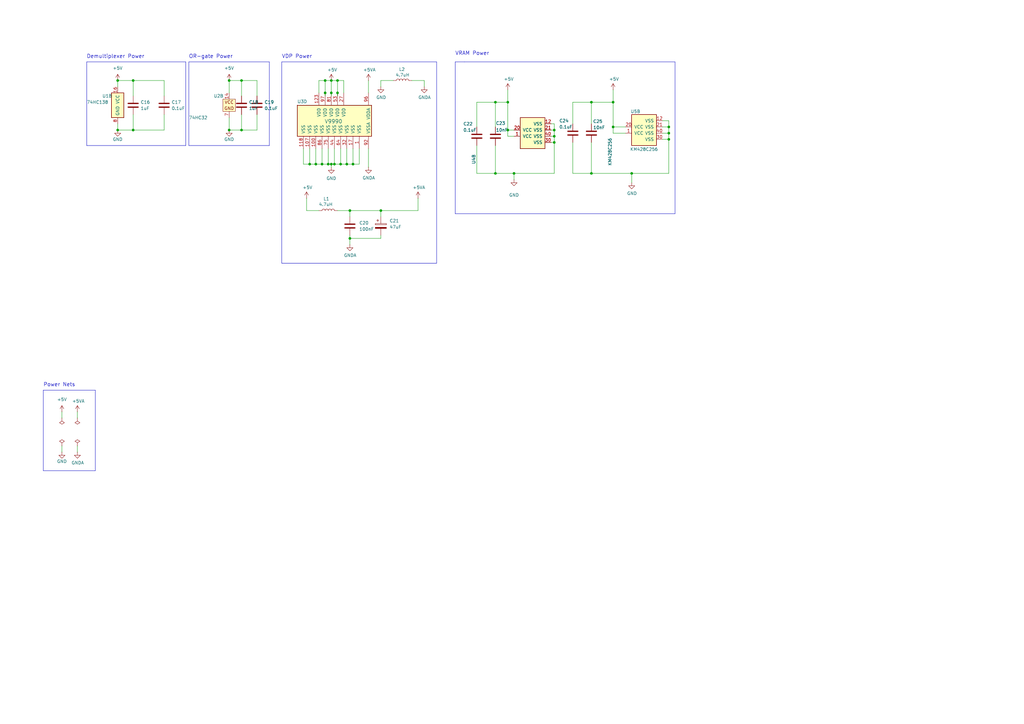
<source format=kicad_sch>
(kicad_sch (version 20231120) (generator "eeschema") (generator_version "8.0")
  (paper "A3")
  (title_block (title "TRH9000") (date "2024-03-19") (rev "1.7") (company "The Retro Hacker") (comment 2 "Shared under CERN-OHL-S license") (comment 3 "TRH9000 - Open Source MSX Graphics Card based on the Yamaha V9990") (comment 4 "Designed  by: Cristiano Goncalves"))
  (lib_symbols
    (symbol "Device:C" (pin_numbers hide) (pin_names (offset 0.254))
      (property "Reference" "C" (at 0.635 2.54 0))
      (property "Value" "C" (at 0.635 -2.54 0))
      (symbol "C_0_1"
        (polyline (pts (xy -2.032 -0.762) (xy 2.032 -0.762)) (stroke (width 0.508)))
        (polyline (pts (xy -2.032 0.762) (xy 2.032 0.762)) (stroke (width 0.508)))
      )
      (symbol "C_1_1"
        (pin passive line (at 0 3.81 270) (length 2.794) (name "~") (number "1"))
        (pin passive line (at 0 -3.81 90) (length 2.794) (name "~") (number "2"))
      )
    )
    (symbol "Device:C_Polarized" (pin_numbers hide) (pin_names (offset 0.254))
      (property "Reference" "C" (at 0.635 2.54 0))
      (property "Value" "C_Polarized" (at 0.635 -2.54 0))
      (symbol "C_Polarized_0_1"
        (rectangle (start -2.286 0.508) (end 2.286 1.016))
        (polyline (pts (xy -1.778 2.286) (xy -0.762 2.286)))
        (polyline (pts (xy -1.27 2.794) (xy -1.27 1.778)))
        (rectangle (start 2.286 -0.508) (end -2.286 -1.016) (fill (type outline)))
      )
      (symbol "C_Polarized_1_1"
        (pin passive line (at 0 3.81 270) (length 2.794) (name "~") (number "1"))
        (pin passive line (at 0 -3.81 90) (length 2.794) (name "~") (number "2"))
      )
    )
    (symbol "Device:L" (pin_numbers hide) (pin_names (offset 1.016) hide)
      (property "Reference" "L" (at -1.27 0 90))
      (property "Value" "L" (at 1.905 0 90))
      (symbol "L_0_1"
        (arc (start 0 -2.54) (mid 0.6323 -1.905) (end 0 -1.27))
        (arc (start 0 -1.27) (mid 0.6323 -0.635) (end 0 0))
        (arc (start 0 0) (mid 0.6323 0.635) (end 0 1.27))
        (arc (start 0 1.27) (mid 0.6323 1.905) (end 0 2.54))
      )
      (symbol "L_1_1"
        (pin passive line (at 0 3.81 270) (length 1.27) (name "1") (number "1"))
        (pin passive line (at 0 -3.81 90) (length 1.27) (name "2") (number "2"))
      )
    )
    (symbol "KM428C256_1" (pin_names (offset 1.016))
      (property "Reference" "U4" (at -11.43 24.13 0))
      (property "Value" "KM428C256" (at -6.35 -31.75 0))
      (symbol "KM428C256_1_1_1"
        (rectangle (start -12.7 22.86) (end 12.7 -30.48) (stroke (width 0.254)) (fill (type background)))
        (pin bidirectional line (at 15.24 15.24 180) (length 2.54) (name "W2/DQ2") (number "10"))
        (pin bidirectional line (at 15.24 12.7 180) (length 2.54) (name "W3/DQ3") (number "11"))
        (pin input line (at -15.24 -12.7 0) (length 2.54) (name "~{WB}/~{WE}") (number "13"))
        (pin input line (at -15.24 -5.08 0) (length 2.54) (name "~{RAS}") (number "14"))
        (pin input line (at -15.24 0 0) (length 2.54) (name "A8") (number "15"))
        (pin input line (at -15.24 2.54 0) (length 2.54) (name "A7") (number "16"))
        (pin input line (at -15.24 5.08 0) (length 2.54) (name "A6") (number "17"))
        (pin input line (at -15.24 7.62 0) (length 2.54) (name "A5") (number "18"))
        (pin input line (at -15.24 10.16 0) (length 2.54) (name "A4") (number "19"))
        (pin input line (at 15.24 -25.4 180) (length 2.54) (name "SC") (number "2"))
        (pin input line (at -15.24 12.7 0) (length 2.54) (name "A3") (number "22"))
        (pin input line (at -15.24 15.24 0) (length 2.54) (name "A2") (number "23"))
        (pin input line (at -15.24 17.78 0) (length 2.54) (name "A1") (number "24"))
        (pin input line (at -15.24 20.32 0) (length 2.54) (name "A0") (number "25"))
        (pin input line (at -15.24 -22.86 0) (length 2.54) (name "QSF") (number "26"))
        (pin input line (at -15.24 -7.62 0) (length 2.54) (name "~{CAS}") (number "27"))
        (pin no_connect line (at 10.16 0 180) (length 2.54) hide (name "N/C") (number "28"))
        (pin input line (at -15.24 -25.4 0) (length 2.54) (name "DSF") (number "29"))
        (pin bidirectional line (at 15.24 -2.54 180) (length 2.54) (name "SDQ0") (number "3"))
        (pin bidirectional line (at 15.24 10.16 180) (length 2.54) (name "W4/DQ4") (number "31"))
        (pin bidirectional line (at 15.24 7.62 180) (length 2.54) (name "W5/DQ5") (number "32"))
        (pin bidirectional line (at 15.24 5.08 180) (length 2.54) (name "W6/DQ6") (number "33"))
        (pin bidirectional line (at 15.24 2.54 180) (length 2.54) (name "W7/DQ7") (number "34"))
        (pin input line (at 15.24 -27.94 180) (length 2.54) (name "~{SE}") (number "35"))
        (pin bidirectional line (at 15.24 -12.7 180) (length 2.54) (name "SDQ4") (number "36"))
        (pin bidirectional line (at 15.24 -15.24 180) (length 2.54) (name "SDQ5") (number "37"))
        (pin bidirectional line (at 15.24 -17.78 180) (length 2.54) (name "SDQ6") (number "38"))
        (pin bidirectional line (at 15.24 -20.32 180) (length 2.54) (name "SDQ7") (number "39"))
        (pin bidirectional line (at 15.24 -5.08 180) (length 2.54) (name "SDQ1") (number "4"))
        (pin bidirectional line (at 15.24 -7.62 180) (length 2.54) (name "SDQ2") (number "5"))
        (pin bidirectional line (at 15.24 -10.16 180) (length 2.54) (name "SDQ3") (number "6"))
        (pin input line (at -15.24 -10.16 0) (length 2.54) (name "~{DT}/~{OE}") (number "7"))
        (pin bidirectional line (at 15.24 20.32 180) (length 2.54) (name "W0/DQ0") (number "8"))
        (pin bidirectional line (at 15.24 17.78 180) (length 2.54) (name "W1/DQ1") (number "9"))
      )
      (symbol "KM428C256_1_2_1"
        (rectangle (start -5.08 5.08) (end 7.62 -5.08) (stroke (width 0.254)) (fill (type background)))
        (pin power_in line (at 0 7.62 270) (length 2.54) (name "VCC") (number "1"))
        (pin power_in line (at 5.08 -7.62 90) (length 2.54) (name "VSS") (number "12"))
        (pin power_in line (at 2.54 7.62 270) (length 2.54) (name "VCC") (number "20"))
        (pin power_in line (at 2.54 -7.62 90) (length 2.54) (name "VSS") (number "21"))
        (pin power_in line (at -2.54 -7.62 90) (length 2.54) (name "VSS") (number "30"))
        (pin power_in line (at 0 -7.62 90) (length 2.54) (name "VSS") (number "40"))
      )
    )
    (symbol "TRH9000:74VHC138" (pin_names (offset 0.762))
      (property "Reference" "U1" (at -6.35 13.97 0))
      (property "Value" "74VHC138" (at -6.35 -13.97 0))
      (symbol "74VHC138_1_0"
        (polyline (pts (xy -1.27 12.7) (xy -1.27 1.27) (xy -6.35 1.27) (xy -6.35 1.27)))
        (text "&" (at -3.81 10.795 0) (effects (font (size 1.27 1.27))))
      )
      (symbol "74VHC138_1_1"
        (rectangle (start -6.35 12.7) (end 7.62 -12.7) (stroke (width 0.254)) (fill (type background)))
        (pin input line (at -8.89 -3.81 0) (length 2.54) (name "A0") (number "1"))
        (pin output line (at 10.16 -5.08 180) (length 2.54) (name "~{Y5}") (number "10"))
        (pin output line (at 10.16 -2.54 180) (length 2.54) (name "~{Y4}") (number "11"))
        (pin output line (at 10.16 0 180) (length 2.54) (name "~{Y3}") (number "12"))
        (pin output line (at 10.16 2.54 180) (length 2.54) (name "~{Y2}") (number "13"))
        (pin output line (at 10.16 5.08 180) (length 2.54) (name "~{Y1}") (number "14"))
        (pin output line (at 10.16 7.62 180) (length 2.54) (name "~{Y0}") (number "15"))
        (pin input line (at -8.89 -6.35 0) (length 2.54) (name "A1") (number "2"))
        (pin input line (at -8.89 -8.89 0) (length 2.54) (name "A2") (number "3"))
        (pin input line (at -8.89 7.62 0) (length 2.54) (name "~{G2A}") (number "4"))
        (pin input line (at -8.89 5.08 0) (length 2.54) (name "~{G2B}") (number "5"))
        (pin input line (at -8.89 2.54 0) (length 2.54) (name "G1") (number "6"))
        (pin output line (at 10.16 -10.16 180) (length 2.54) (name "~{Y7}") (number "7"))
        (pin output line (at 10.16 -7.62 180) (length 2.54) (name "~{Y6}") (number "9"))
      )
      (symbol "74VHC138_2_0"
        (rectangle (start -2.54 5.08) (end 2.54 -5.08) (stroke (width 0.254)) (fill (type background)))
        (pin power_in line (at 0 7.62 270) (length 2.54) (name "VCC") (number "16"))
      )
      (symbol "74VHC138_2_1"
        (pin power_in line (at 0 -7.62 90) (length 2.54) (name "GND") (number "8"))
      )
    )
    (symbol "TRH9000:KM428C256" (pin_names (offset 1.016))
      (property "Reference" "U4" (at -11.43 24.13 0))
      (property "Value" "KM428C256" (at -6.35 -31.75 0))
      (symbol "KM428C256_1_1"
        (rectangle (start -12.7 22.86) (end 12.7 -30.48) (stroke (width 0.254)) (fill (type background)))
        (pin bidirectional line (at 15.24 15.24 180) (length 2.54) (name "W2/DQ2") (number "10"))
        (pin bidirectional line (at 15.24 12.7 180) (length 2.54) (name "W3/DQ3") (number "11"))
        (pin input line (at -15.24 -12.7 0) (length 2.54) (name "~{WB}/~{WE}") (number "13"))
        (pin input line (at -15.24 -5.08 0) (length 2.54) (name "~{RAS}") (number "14"))
        (pin input line (at -15.24 0 0) (length 2.54) (name "A8") (number "15"))
        (pin input line (at -15.24 2.54 0) (length 2.54) (name "A7") (number "16"))
        (pin input line (at -15.24 5.08 0) (length 2.54) (name "A6") (number "17"))
        (pin input line (at -15.24 7.62 0) (length 2.54) (name "A5") (number "18"))
        (pin input line (at -15.24 10.16 0) (length 2.54) (name "A4") (number "19"))
        (pin input line (at 15.24 -25.4 180) (length 2.54) (name "SC") (number "2"))
        (pin input line (at -15.24 12.7 0) (length 2.54) (name "A3") (number "22"))
        (pin input line (at -15.24 15.24 0) (length 2.54) (name "A2") (number "23"))
        (pin input line (at -15.24 17.78 0) (length 2.54) (name "A1") (number "24"))
        (pin input line (at -15.24 20.32 0) (length 2.54) (name "A0") (number "25"))
        (pin input line (at -15.24 -22.86 0) (length 2.54) (name "QSF") (number "26"))
        (pin input line (at -15.24 -7.62 0) (length 2.54) (name "~{CAS}") (number "27"))
        (pin no_connect line (at 10.16 0 180) (length 2.54) hide (name "N/C") (number "28"))
        (pin input line (at -15.24 -25.4 0) (length 2.54) (name "DSF") (number "29"))
        (pin bidirectional line (at 15.24 -2.54 180) (length 2.54) (name "SDQ0") (number "3"))
        (pin bidirectional line (at 15.24 10.16 180) (length 2.54) (name "W4/DQ4") (number "31"))
        (pin bidirectional line (at 15.24 7.62 180) (length 2.54) (name "W5/DQ5") (number "32"))
        (pin bidirectional line (at 15.24 5.08 180) (length 2.54) (name "W6/DQ6") (number "33"))
        (pin bidirectional line (at 15.24 2.54 180) (length 2.54) (name "W7/DQ7") (number "34"))
        (pin input line (at 15.24 -27.94 180) (length 2.54) (name "~{SE}") (number "35"))
        (pin bidirectional line (at 15.24 -12.7 180) (length 2.54) (name "SDQ4") (number "36"))
        (pin bidirectional line (at 15.24 -15.24 180) (length 2.54) (name "SDQ5") (number "37"))
        (pin bidirectional line (at 15.24 -17.78 180) (length 2.54) (name "SDQ6") (number "38"))
        (pin bidirectional line (at 15.24 -20.32 180) (length 2.54) (name "SDQ7") (number "39"))
        (pin bidirectional line (at 15.24 -5.08 180) (length 2.54) (name "SDQ1") (number "4"))
        (pin bidirectional line (at 15.24 -7.62 180) (length 2.54) (name "SDQ2") (number "5"))
        (pin bidirectional line (at 15.24 -10.16 180) (length 2.54) (name "SDQ3") (number "6"))
        (pin input line (at -15.24 -10.16 0) (length 2.54) (name "~{DT}/~{OE}") (number "7"))
        (pin bidirectional line (at 15.24 20.32 180) (length 2.54) (name "W0/DQ0") (number "8"))
        (pin bidirectional line (at 15.24 17.78 180) (length 2.54) (name "W1/DQ1") (number "9"))
      )
      (symbol "KM428C256_2_1"
        (rectangle (start -5.08 5.08) (end 7.62 -5.08) (stroke (width 0.254)) (fill (type background)))
        (pin power_in line (at 0 7.62 270) (length 2.54) (name "VCC") (number "1"))
        (pin power_in line (at 5.08 -7.62 90) (length 2.54) (name "VSS") (number "12"))
        (pin power_in line (at 2.54 7.62 270) (length 2.54) (name "VCC") (number "20"))
        (pin power_in line (at 2.54 -7.62 90) (length 2.54) (name "VSS") (number "21"))
        (pin power_in line (at -2.54 -7.62 90) (length 2.54) (name "VSS") (number "30"))
        (pin power_in line (at 0 -7.62 90) (length 2.54) (name "VSS") (number "40"))
      )
    )
    (symbol "TRH9000:T.I_SN74AHCT32D" (pin_names (offset 1))
      (property "Reference" "U5" (at -22.86 17.78 0))
      (property "Value" "T.I_SN74AHCT32D" (at -22.86 15.24 0))
      (symbol "T.I_SN74AHCT32D_1_1"
        (rectangle (start -7.62 12.7) (end 7.62 -10.16) (stroke (width 0.254)) (fill (type background)))
        (arc (start -0.635 -6.985) (mid -0.372 -6.35) (end -0.635 -5.715))
        (arc (start -0.635 -1.905) (mid -0.372 -1.27) (end -0.635 -0.635))
        (arc (start -0.635 3.175) (mid -0.372 3.81) (end -0.635 4.445))
        (arc (start -0.635 8.255) (mid -0.372 8.89) (end -0.635 9.525))
        (polyline (pts (xy -0.635 -6.604) (xy -0.508 -6.604)))
        (polyline (pts (xy -0.635 -6.096) (xy -0.508 -6.096)))
        (polyline (pts (xy -0.635 -1.524) (xy -0.508 -1.524)))
        (polyline (pts (xy -0.635 -1.016) (xy -0.508 -1.016)))
        (polyline (pts (xy -0.635 3.556) (xy -0.508 3.556)))
        (polyline (pts (xy -0.635 4.064) (xy -0.508 4.064)))
        (polyline (pts (xy -0.635 8.636) (xy -0.508 8.636)))
        (polyline (pts (xy -0.635 9.144) (xy -0.508 9.144)))
        (polyline (pts (xy 0.635 -6.985) (xy -0.635 -6.985)))
        (polyline (pts (xy 0.635 -5.715) (xy -0.635 -5.715)))
        (polyline (pts (xy 0.635 -1.905) (xy -0.635 -1.905)))
        (polyline (pts (xy 0.635 -0.635) (xy -0.635 -0.635)))
        (polyline (pts (xy 0.635 3.175) (xy -0.635 3.175)))
        (polyline (pts (xy 0.635 4.445) (xy -0.635 4.445)))
        (polyline (pts (xy 0.635 8.255) (xy -0.635 8.255)))
        (polyline (pts (xy 0.635 9.525) (xy -0.635 9.525)))
        (polyline (pts (xy 0.635 -5.715) (xy 1.27 -6.35) (xy 0.635 -6.985)))
        (polyline (pts (xy 0.635 -0.635) (xy 1.27 -1.27) (xy 0.635 -1.905)))
        (polyline (pts (xy 0.635 4.445) (xy 1.27 3.81) (xy 0.635 3.175)))
        (polyline (pts (xy 0.635 9.525) (xy 1.27 8.89) (xy 0.635 8.255)))
        (polyline (pts (xy -0.635 -6.096) (xy -2.286 -6.096) (xy -2.286 -4.064) (xy -3.81 -4.064)))
        (polyline (pts (xy -0.635 -1.016) (xy -2.286 -1.016) (xy -2.286 1.016) (xy -3.81 1.016)))
        (polyline (pts (xy -0.635 4.064) (xy -2.286 4.064) (xy -2.286 6.096) (xy -3.81 6.096)))
        (polyline (pts (xy -0.635 9.144) (xy -2.286 9.144) (xy -2.286 11.176) (xy -3.81 11.176)))
        (polyline (pts (xy -3.81 -4.064) (xy -3.81 -4.064) (xy -7.112 -4.064) (xy -7.112 -5.08) (xy -7.62 -5.08)))
        (polyline (pts (xy -3.81 1.016) (xy -3.81 1.016) (xy -7.112 1.016) (xy -7.112 0) (xy -7.62 0)))
        (polyline (pts (xy -3.81 6.096) (xy -3.81 6.096) (xy -7.112 6.096) (xy -7.112 5.08) (xy -7.62 5.08)))
        (polyline (pts (xy -3.81 11.176) (xy -3.81 11.176) (xy -7.112 11.176) (xy -7.112 10.16) (xy -7.62 10.16)))
        (polyline (pts (xy -0.635 -6.604) (xy -3.81 -6.604) (xy -7.112 -6.604) (xy -7.112 -7.62) (xy -7.62 -7.62)))
        (polyline (pts (xy -0.635 -1.524) (xy -3.81 -1.524) (xy -7.112 -1.524) (xy -7.112 -2.54) (xy -7.62 -2.54)))
        (polyline (pts (xy -0.635 3.556) (xy -3.81 3.556) (xy -7.112 3.556) (xy -7.112 2.54) (xy -7.62 2.54)))
        (polyline (pts (xy -0.635 8.636) (xy -3.81 8.636) (xy -7.112 8.636) (xy -7.112 7.62) (xy -7.62 7.62)))
        (polyline (pts (xy 1.27 -6.35) (xy 3.81 -6.35) (xy 7.112 -6.35) (xy 7.112 -7.62) (xy 7.62 -7.62)))
        (polyline (pts (xy 1.27 -1.27) (xy 3.81 -1.27) (xy 7.112 -1.27) (xy 7.112 -2.54) (xy 7.62 -2.54)))
        (polyline (pts (xy 1.27 3.81) (xy 3.81 3.81) (xy 7.112 3.81) (xy 7.112 2.54) (xy 7.62 2.54)))
        (polyline (pts (xy 1.27 8.89) (xy 3.81 8.89) (xy 7.112 8.89) (xy 7.112 7.62) (xy 7.62 7.62)))
        (pin input line (at -10.16 10.16 0) (length 2.54) (name "1A") (number "1"))
        (pin input line (at -10.16 -2.54 0) (length 2.54) (name "3B") (number "10"))
        (pin output line (at 10.16 -7.62 180) (length 2.54) (name "4Y") (number "11"))
        (pin input line (at -10.16 -5.08 0) (length 2.54) (name "4A") (number "12"))
        (pin input line (at -10.16 -7.62 0) (length 2.54) (name "4B") (number "13"))
        (pin input line (at -10.16 7.62 0) (length 2.54) (name "1B") (number "2"))
        (pin output line (at 10.16 7.62 180) (length 2.54) (name "1Y") (number "3"))
        (pin input line (at -10.16 5.08 0) (length 2.54) (name "2A") (number "4"))
        (pin input line (at -10.16 2.54 0) (length 2.54) (name "2B") (number "5"))
        (pin output line (at 10.16 2.54 180) (length 2.54) (name "2Y") (number "6"))
        (pin output line (at 10.16 -2.54 180) (length 2.54) (name "3Y") (number "8"))
        (pin input line (at -10.16 0 0) (length 2.54) (name "3A") (number "9"))
      )
      (symbol "T.I_SN74AHCT32D_2_0"
        (text "GND" (at 0 -1.27 0) (effects (font (size 1.27 1.27))))
        (text "VCC" (at 0 1.27 0) (effects (font (size 1.27 1.27))))
      )
      (symbol "T.I_SN74AHCT32D_2_1"
        (rectangle (start -2.54 2.54) (end 2.54 -2.54) (fill (type background)))
        (pin power_in line (at 0 5.08 270) (length 2.54) (name "VCC") (number "14"))
        (pin power_in line (at 0 -5.08 90) (length 2.54) (name "GND") (number "7"))
      )
    )
    (symbol "TRH9000:V9990" (pin_names (offset 1.016))
      (property "Reference" "U" (at -12.7 60.96 0))
      (property "Value" "V9990" (at -2.54 -76.2 0))
      (symbol "V9990_1_0"
        (rectangle (start -10.16 27.94) (end 10.16 30.48))
        (text "CPU Interface" (at 0 29.21 0) (effects (font (size 1.27 1.27))))
        (pin input line (at -15.24 20.32 0) (length 5.08) (name "~{VMREQ}") (number "124"))
        (pin open_emitter line (at 15.24 20.32 180) (length 5.08) (name "~{DREQ}") (number "125"))
        (pin open_collector line (at 15.24 15.24 180) (length 5.08) (name "~{INT0}") (number "126"))
        (pin input line (at -15.24 10.16 0) (length 5.08) (name "MODE2") (number "6"))
        (pin input line (at -15.24 7.62 0) (length 5.08) (name "MODE3") (number "7"))
      )
      (symbol "V9990_1_1"
        (rectangle (start -10.16 27.94) (end 10.16 -25.4) (stroke (width 0.254)) (fill (type background)))
        (pin input line (at -15.24 25.4 0) (length 5.08) (name "~{RESET}") (number "110"))
        (pin tri_state line (at -15.24 2.54 0) (length 5.08) (name "CD0") (number "114"))
        (pin tri_state line (at -15.24 0 0) (length 5.08) (name "CD1") (number "115"))
        (pin tri_state line (at -15.24 -2.54 0) (length 5.08) (name "CD2") (number "116"))
        (pin tri_state line (at -15.24 -5.08 0) (length 5.08) (name "CD3") (number "117"))
        (pin tri_state line (at -15.24 -7.62 0) (length 5.08) (name "CD4") (number "119"))
        (pin tri_state line (at -15.24 -10.16 0) (length 5.08) (name "CD5") (number "120"))
        (pin tri_state line (at -15.24 -12.7 0) (length 5.08) (name "CD6") (number "121"))
        (pin tri_state line (at -15.24 -15.24 0) (length 5.08) (name "CD7") (number "122"))
        (pin open_collector line (at 15.24 12.7 180) (length 5.08) (name "~{INT1}") (number "127"))
        (pin output line (at 15.24 25.4 180) (length 5.08) (name "~{WAIT}") (number "128"))
        (pin input line (at -15.24 -22.86 0) (length 5.08) (name "~{CSW}") (number "2"))
        (pin input line (at -15.24 -20.32 0) (length 5.08) (name "~{CSR}") (number "3"))
        (pin input line (at -15.24 15.24 0) (length 5.08) (name "MODE0") (number "4"))
        (pin input line (at -15.24 12.7 0) (length 5.08) (name "MODE1") (number "5"))
      )
      (symbol "V9990_2_0"
        (rectangle (start -12.7 -40.64) (end 12.7 -66.04) (stroke (width 0.254)) (fill (type background)))
        (rectangle (start -12.7 7.62) (end 12.7 -40.64) (stroke (width 0.254)) (fill (type background)))
        (rectangle (start -12.7 55.88) (end 12.7 7.62) (stroke (width 0.254)) (fill (type background)))
        (rectangle (start -12.7 55.88) (end 12.7 58.42))
        (text "Address Bus &" (at -11.43 -43.18 0) (effects (font (size 1.27 1.27)) (justify left)))
        (text "Kanji Output" (at -11.43 -45.72 0) (effects (font (size 1.27 1.27)) (justify left)))
        (text "PORT 0" (at 0 35.56 900) (effects (font (size 1.27 1.27))))
        (text "PORT 1" (at 0 -12.7 900) (effects (font (size 1.27 1.27))))
        (text "VRAM interface" (at 0 57.15 0) (effects (font (size 1.27 1.27))))
        (pin tri_state line (at 17.78 -58.42 180) (length 5.08) (name "KA15") (number "10"))
        (pin tri_state line (at 17.78 -55.88 180) (length 5.08) (name "KA14") (number "11"))
        (pin tri_state line (at 17.78 -53.34 180) (length 5.08) (name "KA13") (number "12"))
        (pin tri_state line (at 17.78 -50.8 180) (length 5.08) (name "KA12") (number "13"))
        (pin tri_state line (at 17.78 -48.26 180) (length 5.08) (name "KA11") (number "14"))
        (pin tri_state line (at 17.78 -45.72 180) (length 5.08) (name "KA10") (number "15"))
        (pin tri_state line (at 17.78 -43.18 180) (length 5.08) (name "KA9") (number "16"))
        (pin tri_state line (at 17.78 10.16 180) (length 5.08) (name "V0_A8/KA8") (number "18"))
        (pin tri_state line (at 17.78 12.7 180) (length 5.08) (name "V0_A7/KA7") (number "19"))
        (pin tri_state line (at 17.78 15.24 180) (length 5.08) (name "V0_A6/KA6") (number "20"))
        (pin tri_state line (at 17.78 17.78 180) (length 5.08) (name "V0_A5/KA5") (number "21"))
        (pin tri_state line (at 17.78 20.32 180) (length 5.08) (name "V0_A4/KA4") (number "22"))
        (pin tri_state line (at 17.78 22.86 180) (length 5.08) (name "V0_A3/KA3") (number "23"))
        (pin tri_state line (at 17.78 25.4 180) (length 5.08) (name "V0_A2/KA2") (number "24"))
        (pin tri_state line (at 17.78 27.94 180) (length 5.08) (name "V0_A1/KA1") (number "25"))
        (pin tri_state line (at 17.78 30.48 180) (length 5.08) (name "V0_A0/KA0") (number "26"))
        (pin output line (at 17.78 35.56 180) (length 5.08) (name "~{KOE}") (number "37"))
        (pin tri_state line (at 17.78 43.18 180) (length 5.08) (name "~{V0_WE}") (number "40"))
        (pin output line (at 17.78 53.34 180) (length 5.08) (name "~{V0_TR/OE}") (number "41"))
        (pin output clock (at 17.78 40.64 180) (length 5.08) (name "~{V0_SC}") (number "42"))
        (pin output line (at 17.78 50.8 180) (length 5.08) (name "~{V0_SOE}") (number "43"))
        (pin input line (at -17.78 35.56 0) (length 5.08) (name "V0_S7") (number "45"))
        (pin input line (at -17.78 38.1 0) (length 5.08) (name "V0_S6") (number "46"))
        (pin input line (at -17.78 40.64 0) (length 5.08) (name "V0_S5") (number "47"))
        (pin input line (at -17.78 43.18 0) (length 5.08) (name "V0_S4") (number "48"))
        (pin input line (at -17.78 45.72 0) (length 5.08) (name "V0_S3") (number "49"))
        (pin input line (at -17.78 48.26 0) (length 5.08) (name "V0_S2") (number "50"))
        (pin input line (at -17.78 50.8 0) (length 5.08) (name "V0_S1") (number "51"))
        (pin input line (at -17.78 53.34 0) (length 5.08) (name "V0_S0") (number "52"))
        (pin tri_state line (at 17.78 -5.08 180) (length 5.08) (name "~{V1_WE}") (number "65"))
        (pin output line (at 17.78 5.08 180) (length 5.08) (name "~{V1_TR/OE}") (number "66"))
        (pin output clock (at 17.78 -7.62 180) (length 5.08) (name "V1_SC") (number "67"))
        (pin output line (at 17.78 2.54 180) (length 5.08) (name "~{V1_SOE}") (number "68"))
        (pin output line (at 17.78 -10.16 180) (length 5.08) (name "ASEL") (number "70"))
        (pin tri_state line (at 17.78 -38.1 180) (length 5.08) (name "V1_A8") (number "71"))
        (pin tri_state line (at 17.78 -35.56 180) (length 5.08) (name "V1_A7") (number "72"))
        (pin tri_state line (at 17.78 -33.02 180) (length 5.08) (name "V1_A6") (number "73"))
        (pin tri_state line (at 17.78 -30.48 180) (length 5.08) (name "V1_A5") (number "74"))
        (pin tri_state line (at 17.78 -27.94 180) (length 5.08) (name "V1_A4") (number "76"))
        (pin tri_state line (at 17.78 -25.4 180) (length 5.08) (name "V1_A3") (number "77"))
        (pin tri_state line (at 17.78 -22.86 180) (length 5.08) (name "V1_A2") (number "78"))
        (pin tri_state line (at 17.78 -20.32 180) (length 5.08) (name "V1_A1") (number "79"))
        (pin tri_state line (at 17.78 -63.5 180) (length 5.08) (name "KA17") (number "8"))
        (pin tri_state line (at 17.78 -17.78 180) (length 5.08) (name "V1_A0") (number "80"))
        (pin tri_state line (at 17.78 -60.96 180) (length 5.08) (name "KA16") (number "9"))
      )
      (symbol "V9990_2_1"
        (pin bidirectional line (at -17.78 12.7 0) (length 5.08) (name "V0_D7/KD7") (number "28"))
        (pin bidirectional line (at -17.78 15.24 0) (length 5.08) (name "V0_D6/KD6") (number "29"))
        (pin bidirectional line (at -17.78 17.78 0) (length 5.08) (name "V0_D5/KD5") (number "30"))
        (pin bidirectional line (at -17.78 20.32 0) (length 5.08) (name "V0_D4/KD4") (number "31"))
        (pin bidirectional line (at -17.78 22.86 0) (length 5.08) (name "V0_D3/KD3") (number "33"))
        (pin bidirectional line (at -17.78 25.4 0) (length 5.08) (name "V0_D2/KD2") (number "34"))
        (pin bidirectional line (at -17.78 27.94 0) (length 5.08) (name "V0_D1/KD1") (number "35"))
        (pin bidirectional line (at -17.78 30.48 0) (length 5.08) (name "V0_D0/KD0") (number "36"))
        (pin output line (at 17.78 45.72 180) (length 5.08) (name "~{V0_RAS}") (number "38"))
        (pin output line (at 17.78 48.26 180) (length 5.08) (name "~{V0_CAS}") (number "39"))
        (pin input line (at -17.78 -12.7 0) (length 5.08) (name "V1_S7") (number "54"))
        (pin input line (at -17.78 -10.16 0) (length 5.08) (name "V1_S6") (number "55"))
        (pin input line (at -17.78 -7.62 0) (length 5.08) (name "V1_S5") (number "56"))
        (pin input line (at -17.78 -5.08 0) (length 5.08) (name "V1_S4") (number "57"))
        (pin input line (at -17.78 -2.54 0) (length 5.08) (name "V1_S3") (number "58"))
        (pin input line (at -17.78 0 0) (length 5.08) (name "V1_S2") (number "59"))
        (pin input line (at -17.78 2.54 0) (length 5.08) (name "V1_S1") (number "60"))
        (pin input line (at -17.78 5.08 0) (length 5.08) (name "V1_S0") (number "61"))
        (pin output line (at 17.78 -2.54 180) (length 5.08) (name "~{V1_RAS}") (number "62"))
        (pin output line (at 17.78 0 180) (length 5.08) (name "~{V1_CAS}") (number "63"))
        (pin output line (at 17.78 38.1 180) (length 5.08) (name "~{VMBG}") (number "69"))
        (pin bidirectional line (at -17.78 -17.78 0) (length 5.08) (name "V1_D0") (number "82"))
        (pin bidirectional line (at -17.78 -20.32 0) (length 5.08) (name "V1_D1") (number "83"))
        (pin bidirectional line (at -17.78 -22.86 0) (length 5.08) (name "V1_D2") (number "84"))
        (pin bidirectional line (at -17.78 -25.4 0) (length 5.08) (name "V1_D3") (number "85"))
        (pin bidirectional line (at -17.78 -27.94 0) (length 5.08) (name "V1_D4") (number "87"))
        (pin bidirectional line (at -17.78 -30.48 0) (length 5.08) (name "V1_D5") (number "88"))
        (pin bidirectional line (at -17.78 -33.02 0) (length 5.08) (name "V1_D6") (number "89"))
        (pin bidirectional line (at -17.78 -35.56 0) (length 5.08) (name "V1_D7") (number "90"))
      )
      (symbol "V9990_3_0"
        (rectangle (start -10.16 12.7) (end 10.16 -27.94) (stroke (width 0.254)) (fill (type background)))
        (rectangle (start -10.16 15.24) (end 10.16 12.7))
        (rectangle (start -10.16 27.94) (end 10.16 30.48))
        (text "(14MHz)" (at -6.35 23.495 0) (effects (font (size 1 1))))
        (text "(21MHz)" (at 0 17.78 0) (effects (font (size 1 1))))
        (text "(3.58MHz)" (at -3.81 -7.62 0) (effects (font (size 1 1))))
        (text "(MCK÷2)" (at 0.635 25.4 0) (effects (font (size 0.75 0.75))))
        (text "(MCK÷4)" (at 0.635 22.987 0) (effects (font (size 0.75 0.75))))
        (text "/CB4" (at -6.985 8.636 0) (effects (font (size 0.85 0.85))))
        (text "/CB5" (at 3.81 8.636 0) (effects (font (size 0.85 0.85))))
        (text "CLOCK signals" (at 0 29.21 0) (effects (font (size 1.27 1.27))))
        (text "VIDEO interface" (at 0 13.97 0) (effects (font (size 1.27 1.27))))
        (text "~{HRESET}" (at -5.588 10.033 0) (effects (font (size 1.27 1.27))))
        (text "~{VRESET}" (at 5.588 10.033 0) (effects (font (size 1.27 1.27))))
        (pin input clock (at -15.24 25.4 0) (length 5.08) (name "MCKIN") (number "113"))
      )
      (symbol "V9990_3_1"
        (rectangle (start -10.16 27.94) (end 10.16 15.24) (stroke (width 0.254)) (fill (type background)))
        (pin output line (at 15.24 -15.24 180) (length 5.08) (name "~{HSYNC/LC}") (number "101"))
        (pin output line (at 15.24 -17.78 180) (length 5.08) (name "~{CSYNC/FLM}") (number "102"))
        (pin output line (at 15.24 -22.86 180) (length 5.08) (name "~{BLANK/M}") (number "103"))
        (pin output clock (at 15.24 -25.4 180) (length 5.08) (name "SHCK") (number "104"))
        (pin bidirectional line (at -15.24 10.16 0) (length 5.08) (name "~{HRESET}/CB4") (number "105"))
        (pin bidirectional line (at 15.24 10.16 180) (length 5.08) (name "~{VRESET}/CB5") (number "106"))
        (pin output clock (at 15.24 -7.62 180) (length 5.08) (name "CB6/FSC") (number "108"))
        (pin output line (at 15.24 -10.16 180) (length 5.08) (name "CB7") (number "109"))
        (pin output clock (at 15.24 25.4 180) (length 5.08) (name "DHCLK") (number "111"))
        (pin output clock (at 15.24 22.86 180) (length 5.08) (name "DLCLK") (number "112"))
        (pin output line (at 15.24 -2.54 180) (length 5.08) (name "~{YS}/D0/CB0") (number "91"))
        (pin output line (at 15.24 5.08 180) (length 5.08) (name "R/D3/CB3") (number "93"))
        (pin output line (at 15.24 2.54 180) (length 5.08) (name "G/D2/CB2") (number "94"))
        (pin output line (at 15.24 0 180) (length 5.08) (name "B/D1/CB1") (number "95"))
        (pin input clock (at -15.24 17.78 0) (length 5.08) (name "XTAL1") (number "98"))
        (pin output clock (at 15.24 17.78 180) (length 5.08) (name "XTAL2") (number "99"))
      )
      (symbol "V9990_4_0"
        (pin power_in line (at -12.7 -12.7 90) (length 5.08) (name "VSS") (number "100"))
        (pin power_in line (at -15.24 -12.7 90) (length 5.08) (name "VSS") (number "107"))
        (pin power_in line (at -17.78 -12.7 90) (length 5.08) (name "VSS") (number "118"))
        (pin power_in line (at -11.43 10.16 270) (length 5.08) (name "VDD") (number "123"))
        (pin power_in line (at 2.54 -12.7 90) (length 5.08) (name "VSS") (number "17"))
        (pin power_in line (at 0 -12.7 90) (length 5.08) (name "VSS") (number "32"))
        (pin power_in line (at -5.08 -12.7 90) (length 5.08) (name "VSS") (number "44"))
        (pin power_in line (at -3.81 10.16 270) (length 5.08) (name "VDD") (number "53"))
        (pin power_in line (at -2.54 -12.7 90) (length 5.08) (name "VSS") (number "64"))
        (pin power_in line (at -7.62 -12.7 90) (length 5.08) (name "VSS") (number "75"))
        (pin power_in line (at -6.35 10.16 270) (length 5.08) (name "VDD") (number "81"))
        (pin power_in line (at -10.16 -12.7 90) (length 5.08) (name "VSS") (number "86"))
        (pin power_in line (at 8.89 -12.7 90) (length 5.08) (name "VSSA") (number "92"))
        (pin power_in line (at -8.89 10.16 270) (length 5.08) (name "VDD") (number "97"))
      )
      (symbol "V9990_4_1"
        (rectangle (start -20.32 5.08) (end 10.16 -7.62) (stroke (width 0.254)) (fill (type background)))
        (pin power_in line (at 5.08 -12.7 90) (length 5.08) (name "VSS") (number "1"))
        (pin power_in line (at -1.27 10.16 270) (length 5.08) (name "VDD") (number "27"))
        (pin power_in line (at 8.89 10.16 270) (length 5.08) (name "VDDA") (number "96"))
      )
    )
    (symbol "power:+5V" (power) (pin_numbers hide) (pin_names (offset 0) hide)
      (property "Value" "+5V" (at 0 3.556 0))
      (symbol "+5V_0_1"
        (polyline (pts (xy -0.762 1.27) (xy 0 2.54)))
        (polyline (pts (xy 0 0) (xy 0 2.54)))
        (polyline (pts (xy 0 2.54) (xy 0.762 1.27)))
      )
      (symbol "+5V_1_1"
        (pin power_in line (at 0 0 90) (length 0) (name "~") (number "1"))
      )
    )
    (symbol "power:+5VA" (power) (pin_numbers hide) (pin_names (offset 0) hide)
      (property "Value" "+5VA" (at 0 3.556 0))
      (symbol "+5VA_0_1"
        (polyline (pts (xy -0.762 1.27) (xy 0 2.54)))
        (polyline (pts (xy 0 0) (xy 0 2.54)))
        (polyline (pts (xy 0 2.54) (xy 0.762 1.27)))
      )
      (symbol "+5VA_1_1"
        (pin power_in line (at 0 0 90) (length 0) (name "~") (number "1"))
      )
    )
    (symbol "power:GND" (power) (pin_numbers hide) (pin_names (offset 0) hide)
      (property "Value" "GND" (at 0 -3.81 0))
      (symbol "GND_0_1"
        (polyline (pts (xy 0 0) (xy 0 -1.27) (xy 1.27 -1.27) (xy 0 -2.54) (xy -1.27 -1.27) (xy 0 -1.27)))
      )
      (symbol "GND_1_1"
        (pin power_in line (at 0 0 270) (length 0) (name "~") (number "1"))
      )
    )
    (symbol "power:GNDA" (power) (pin_numbers hide) (pin_names (offset 0) hide)
      (property "Value" "GNDA" (at 0 -3.81 0))
      (symbol "GNDA_0_1"
        (polyline (pts (xy 0 0) (xy 0 -1.27) (xy 1.27 -1.27) (xy 0 -2.54) (xy -1.27 -1.27) (xy 0 -1.27)))
      )
      (symbol "GNDA_1_1"
        (pin power_in line (at 0 0 270) (length 0) (name "~") (number "1"))
      )
    )
    (symbol "power:PWR_FLAG" (power) (pin_numbers hide) (pin_names (offset 0) hide)
      (property "Value" "PWR_FLAG" (at 0 3.81 0))
      (symbol "PWR_FLAG_0_0"
        (pin power_out line (at 0 0 90) (length 0) (name "~") (number "1"))
      )
      (symbol "PWR_FLAG_0_1"
        (polyline (pts (xy 0 0) (xy 0 1.27) (xy -1.016 1.905) (xy 0 2.54) (xy 1.016 1.905) (xy 0 1.27)))
      )
    )
  )
  (junction (at 99.06 53.34))
  (junction (at 203.2 41.91))
  (junction (at 203.2 71.12))
  (junction (at 132.08 67.31))
  (junction (at 48.26 53.34))
  (junction (at 127 67.31))
  (junction (at 93.98 53.34))
  (junction (at 142.24 67.31))
  (junction (at 54.61 53.34))
  (junction (at 227.33 55.88))
  (junction (at 48.26 33.02))
  (junction (at 134.62 67.31))
  (junction (at 251.46 41.91))
  (junction (at 274.32 54.61))
  (junction (at 274.32 52.07))
  (junction (at 156.21 86.36))
  (junction (at 242.57 71.12))
  (junction (at 227.33 53.34))
  (junction (at 242.57 41.91))
  (junction (at 208.28 41.91))
  (junction (at 135.89 33.02))
  (junction (at 137.16 67.31))
  (junction (at 138.43 38.1))
  (junction (at 93.98 33.02))
  (junction (at 135.89 67.31))
  (junction (at 259.08 71.12))
  (junction (at 133.35 38.1))
  (junction (at 208.28 53.34))
  (junction (at 139.7 67.31))
  (junction (at 138.43 33.02))
  (junction (at 143.51 97.79))
  (junction (at 143.51 86.36))
  (junction (at 99.06 33.02))
  (junction (at 144.78 67.31))
  (junction (at 133.35 33.02))
  (junction (at 54.61 33.02))
  (junction (at 227.33 58.42))
  (junction (at 129.54 67.31))
  (junction (at 135.89 38.1))
  (junction (at 210.82 71.12))
  (junction (at 251.46 52.07))
  (junction (at 274.32 57.15))
  (wire (pts (xy 251.46 36.83) (xy 251.46 41.91)))
  (wire (pts (xy 135.89 38.1) (xy 135.89 33.02)))
  (wire (pts (xy 203.2 71.12) (xy 210.82 71.12)))
  (wire (pts (xy 54.61 33.02) (xy 48.26 33.02)))
  (wire (pts (xy 208.28 53.34) (xy 208.28 55.88)))
  (wire (pts (xy 151.13 33.02) (xy 151.13 38.1)))
  (wire (pts (xy 271.78 49.53) (xy 274.32 49.53)))
  (wire (pts (xy 144.78 60.96) (xy 144.78 67.31)))
  (wire (pts (xy 151.13 60.96) (xy 151.13 68.58)))
  (wire (pts (xy 274.32 71.12) (xy 274.32 57.15)))
  (wire (pts (xy 195.58 71.12) (xy 203.2 71.12)))
  (polyline (pts (xy 35.56 59.69) (xy 76.2 59.69)))
  (wire (pts (xy 208.28 53.34) (xy 210.82 53.34)))
  (wire (pts (xy 251.46 54.61) (xy 256.54 54.61)))
  (wire (pts (xy 274.32 52.07) (xy 274.32 54.61)))
  (polyline (pts (xy 186.69 87.63) (xy 186.69 25.4)))
  (wire (pts (xy 227.33 58.42) (xy 226.06 58.42)))
  (wire (pts (xy 140.97 33.02) (xy 140.97 38.1)))
  (wire (pts (xy 171.45 86.36) (xy 171.45 81.28)))
  (wire (pts (xy 242.57 41.91) (xy 251.46 41.91)))
  (wire (pts (xy 234.95 41.91) (xy 234.95 50.8)))
  (wire (pts (xy 242.57 50.8) (xy 242.57 41.91)))
  (polyline (pts (xy 77.47 59.69) (xy 110.49 59.69)))
  (wire (pts (xy 142.24 60.96) (xy 142.24 67.31)))
  (wire (pts (xy 132.08 67.31) (xy 134.62 67.31)))
  (wire (pts (xy 227.33 53.34) (xy 227.33 55.88)))
  (wire (pts (xy 105.41 53.34) (xy 99.06 53.34)))
  (polyline (pts (xy 39.116 160.02) (xy 39.116 193.04)))
  (wire (pts (xy 134.62 67.31) (xy 135.89 67.31)))
  (wire (pts (xy 143.51 96.52) (xy 143.51 97.79)))
  (wire (pts (xy 54.61 39.37) (xy 54.61 33.02)))
  (wire (pts (xy 25.4 168.91) (xy 25.4 171.45)))
  (wire (pts (xy 93.98 33.02) (xy 93.98 38.1)))
  (wire (pts (xy 195.58 71.12) (xy 195.58 59.69)))
  (polyline (pts (xy 179.07 25.4) (xy 179.07 107.95)))
  (wire (pts (xy 127 67.31) (xy 129.54 67.31)))
  (wire (pts (xy 203.2 41.91) (xy 203.2 52.07)))
  (wire (pts (xy 138.43 38.1) (xy 138.43 39.37)))
  (wire (pts (xy 203.2 41.91) (xy 208.28 41.91)))
  (wire (pts (xy 227.33 58.42) (xy 227.33 71.12)))
  (wire (pts (xy 138.43 33.02) (xy 138.43 38.1)))
  (wire (pts (xy 156.21 97.79) (xy 143.51 97.79)))
  (wire (pts (xy 271.78 54.61) (xy 274.32 54.61)))
  (wire (pts (xy 130.81 33.02) (xy 133.35 33.02)))
  (wire (pts (xy 227.33 53.34) (xy 226.06 53.34)))
  (wire (pts (xy 242.57 58.42) (xy 242.57 71.12)))
  (wire (pts (xy 67.31 46.99) (xy 67.31 53.34)))
  (wire (pts (xy 99.06 33.02) (xy 99.06 39.37)))
  (wire (pts (xy 31.75 185.42) (xy 31.75 182.88)))
  (wire (pts (xy 137.16 60.96) (xy 137.16 67.31)))
  (wire (pts (xy 138.43 86.36) (xy 143.51 86.36)))
  (wire (pts (xy 195.58 41.91) (xy 203.2 41.91)))
  (wire (pts (xy 67.31 39.37) (xy 67.31 33.02)))
  (polyline (pts (xy 76.2 59.69) (xy 76.2 25.4)))
  (wire (pts (xy 173.99 35.56) (xy 173.99 33.02)))
  (wire (pts (xy 147.32 60.96) (xy 147.32 67.31)))
  (wire (pts (xy 139.7 67.31) (xy 142.24 67.31)))
  (wire (pts (xy 133.35 33.02) (xy 135.89 33.02)))
  (polyline (pts (xy 77.47 25.4) (xy 110.49 25.4)))
  (wire (pts (xy 139.7 60.96) (xy 139.7 67.31)))
  (wire (pts (xy 25.4 182.88) (xy 25.4 185.42)))
  (wire (pts (xy 203.2 59.69) (xy 203.2 71.12)))
  (polyline (pts (xy 190.5 25.4) (xy 276.86 25.4)))
  (wire (pts (xy 125.73 81.28) (xy 125.73 86.36)))
  (polyline (pts (xy 179.07 107.95) (xy 115.57 107.95)))
  (wire (pts (xy 105.41 39.37) (xy 105.41 33.02)))
  (wire (pts (xy 234.95 71.12) (xy 234.95 58.42)))
  (wire (pts (xy 137.16 67.31) (xy 139.7 67.31)))
  (wire (pts (xy 144.78 67.31) (xy 147.32 67.31)))
  (wire (pts (xy 234.95 71.12) (xy 242.57 71.12)))
  (wire (pts (xy 156.21 86.36) (xy 171.45 86.36)))
  (wire (pts (xy 156.21 33.02) (xy 161.29 33.02)))
  (wire (pts (xy 227.33 55.88) (xy 227.33 58.42)))
  (wire (pts (xy 274.32 54.61) (xy 274.32 57.15)))
  (wire (pts (xy 156.21 33.02) (xy 156.21 35.56)))
  (wire (pts (xy 227.33 55.88) (xy 226.06 55.88)))
  (wire (pts (xy 208.28 36.83) (xy 208.28 41.91)))
  (polyline (pts (xy 115.57 25.4) (xy 179.07 25.4)))
  (polyline (pts (xy 17.78 160.02) (xy 39.116 160.02)))
  (wire (pts (xy 208.28 55.88) (xy 210.82 55.88)))
  (wire (pts (xy 195.58 41.91) (xy 195.58 52.07)))
  (wire (pts (xy 135.89 68.58) (xy 135.89 67.31)))
  (wire (pts (xy 227.33 50.8) (xy 227.33 53.34)))
  (wire (pts (xy 251.46 52.07) (xy 256.54 52.07)))
  (wire (pts (xy 251.46 54.61) (xy 251.46 52.07)))
  (wire (pts (xy 156.21 86.36) (xy 156.21 88.9)))
  (wire (pts (xy 54.61 53.34) (xy 48.26 53.34)))
  (wire (pts (xy 54.61 46.99) (xy 54.61 53.34)))
  (wire (pts (xy 142.24 67.31) (xy 144.78 67.31)))
  (wire (pts (xy 135.89 67.31) (xy 137.16 67.31)))
  (wire (pts (xy 127 60.96) (xy 127 67.31)))
  (wire (pts (xy 143.51 97.79) (xy 143.51 100.33)))
  (wire (pts (xy 271.78 57.15) (xy 274.32 57.15)))
  (wire (pts (xy 135.89 39.37) (xy 135.89 38.1)))
  (wire (pts (xy 93.98 53.34) (xy 99.06 53.34)))
  (wire (pts (xy 134.62 60.96) (xy 134.62 67.31)))
  (wire (pts (xy 168.91 33.02) (xy 173.99 33.02)))
  (wire (pts (xy 31.75 168.91) (xy 31.75 171.45)))
  (wire (pts (xy 48.26 33.02) (xy 48.26 35.56)))
  (wire (pts (xy 93.98 48.26) (xy 93.98 53.34)))
  (wire (pts (xy 156.21 96.52) (xy 156.21 97.79)))
  (wire (pts (xy 124.46 60.96) (xy 124.46 67.31)))
  (wire (pts (xy 210.82 71.12) (xy 210.82 73.66)))
  (polyline (pts (xy 110.49 59.69) (xy 110.49 25.4)))
  (wire (pts (xy 124.46 67.31) (xy 127 67.31)))
  (polyline (pts (xy 276.86 25.4) (xy 276.86 87.63)))
  (polyline (pts (xy 186.69 25.4) (xy 190.5 25.4)))
  (wire (pts (xy 259.08 71.12) (xy 274.32 71.12)))
  (polyline (pts (xy 35.56 25.4) (xy 35.56 59.69)))
  (wire (pts (xy 132.08 60.96) (xy 132.08 67.31)))
  (polyline (pts (xy 115.57 25.4) (xy 115.57 107.95)))
  (wire (pts (xy 138.43 33.02) (xy 140.97 33.02)))
  (wire (pts (xy 105.41 33.02) (xy 99.06 33.02)))
  (wire (pts (xy 259.08 74.93) (xy 259.08 71.12)))
  (wire (pts (xy 143.51 86.36) (xy 143.51 88.9)))
  (wire (pts (xy 48.26 50.8) (xy 48.26 53.34)))
  (wire (pts (xy 251.46 41.91) (xy 251.46 52.07)))
  (wire (pts (xy 226.06 50.8) (xy 227.33 50.8)))
  (wire (pts (xy 133.35 38.1) (xy 133.35 39.37)))
  (wire (pts (xy 67.31 33.02) (xy 54.61 33.02)))
  (wire (pts (xy 125.73 86.36) (xy 130.81 86.36)))
  (wire (pts (xy 210.82 71.12) (xy 227.33 71.12)))
  (wire (pts (xy 133.35 33.02) (xy 133.35 38.1)))
  (polyline (pts (xy 17.78 160.02) (xy 17.78 193.04)))
  (wire (pts (xy 143.51 86.36) (xy 156.21 86.36)))
  (wire (pts (xy 242.57 71.12) (xy 259.08 71.12)))
  (wire (pts (xy 129.54 67.31) (xy 132.08 67.31)))
  (wire (pts (xy 105.41 46.99) (xy 105.41 53.34)))
  (wire (pts (xy 271.78 52.07) (xy 274.32 52.07)))
  (wire (pts (xy 129.54 60.96) (xy 129.54 67.31)))
  (polyline (pts (xy 276.86 87.63) (xy 186.69 87.63)))
  (wire (pts (xy 67.31 53.34) (xy 54.61 53.34)))
  (wire (pts (xy 274.32 49.53) (xy 274.32 52.07)))
  (wire (pts (xy 208.28 41.91) (xy 208.28 53.34)))
  (wire (pts (xy 234.95 41.91) (xy 242.57 41.91)))
  (wire (pts (xy 93.98 33.02) (xy 99.06 33.02)))
  (polyline (pts (xy 35.56 25.4) (xy 76.2 25.4)))
  (wire (pts (xy 99.06 46.99) (xy 99.06 53.34)))
  (wire (pts (xy 135.89 33.02) (xy 138.43 33.02)))
  (wire (pts (xy 130.81 33.02) (xy 130.81 38.1)))
  (polyline (pts (xy 39.116 193.04) (xy 17.78 193.04)))
  (polyline (pts (xy 77.47 25.4) (xy 77.47 59.69)))
  (text "OR-gate Power" (at 77.47 24.13 0) (effects (font (size 1.524 1.524)) (justify left bottom)))
  (text "VRAM Power" (at 186.69 22.86 0) (effects (font (size 1.524 1.524)) (justify left bottom)))
  (text "Power Nets" (at 17.78 158.75 0) (effects (font (size 1.524 1.524)) (justify left bottom)))
  (text "Demultiplexer Power" (at 35.56 24.13 0) (effects (font (size 1.524 1.524)) (justify left bottom)))
  (text "VDP Power" (at 115.57 24.13 0) (effects (font (size 1.524 1.524)) (justify left bottom)))
  (symbol (lib_id "Device:C") (at 242.57 54.61 180) (unit 1)
    (property "Reference" "C25" (at 247.142 49.784 0) (effects (justify left)))
    (property "Value" "10nF" (at 248.158 52.324 0) (effects (justify left)))
    (property "Footprint" "Capacitor_SMD:C_0805_2012Metric" (effects (hide yes)))
  )
  (symbol (lib_id "power:+5VA") (at 151.13 33.02 0) (unit 1)
    (property "Reference" "#PWR038" (effects (hide yes)))
    (property "Value" "+5VA" (at 151.511 28.6258 0))
    (property "Description" "Power symbol creates a global label with name \"+5VA\"" (effects (hide yes)))
  )
  (symbol (lib_id "power:+5V") (at 208.28 36.83 0) (unit 1)
    (property "Reference" "#PWR043" (effects (hide yes)))
    (property "Value" "+5V" (at 208.661 32.4358 0))
    (property "Description" "Power symbol creates a global label with name \"+5V\"" (effects (hide yes)))
  )
  (symbol (lib_id "Device:C") (at 203.2 55.88 180) (unit 1)
    (property "Reference" "C23" (at 207.264 50.546 0) (effects (justify left)))
    (property "Value" "10nF" (at 208.28 53.34 0) (effects (justify left)))
    (property "Footprint" "Capacitor_SMD:C_0805_2012Metric" (effects (hide yes)))
  )
  (symbol (lib_id "power:GNDA") (at 143.51 100.33 0) (unit 1)
    (property "Reference" "#PWR037" (effects (hide yes)))
    (property "Value" "GNDA" (at 143.637 104.7242 0))
    (property "Description" "Power symbol creates a global label with name \"GNDA\" , analog ground" (effects (hide yes)))
  )
  (symbol (lib_id "Device:C") (at 234.95 54.61 0) (unit 1)
    (property "Reference" "C24" (at 229.362 49.53 0) (effects (justify left)))
    (property "Value" "0.1uF" (at 229.362 52.07 0) (effects (justify left)))
    (property "Footprint" "Capacitor_SMD:C_0805_2012Metric" (effects (hide yes)))
  )
  (symbol (lib_id "Device:C") (at 195.58 55.88 0) (unit 1)
    (property "Reference" "C22" (at 189.992 50.8 0) (effects (justify left)))
    (property "Value" "0.1uF" (at 189.992 53.34 0) (effects (justify left)))
    (property "Footprint" "Capacitor_SMD:C_0805_2012Metric" (effects (hide yes)))
  )
  (symbol (lib_id "power:+5VA") (at 171.45 81.28 0) (unit 1)
    (property "Reference" "#PWR041" (effects (hide yes)))
    (property "Value" "+5VA" (at 171.831 76.8858 0))
    (property "Description" "Power symbol creates a global label with name \"+5VA\"" (effects (hide yes)))
  )
  (symbol (lib_id "power:GND") (at 93.98 53.34 0) (unit 1)
    (property "Reference" "#PWR033" (effects (hide yes)))
    (property "Value" "GND" (at 93.98 57.15 0))
    (property "Description" "Power symbol creates a global label with name \"GND\" , ground" (effects (hide yes)))
  )
  (symbol (lib_id "Device:L") (at 134.62 86.36 90) (unit 1)
    (property "Reference" "L1" (at 133.858 81.534 90))
    (property "Value" "4.7uH" (at 133.604 83.82 90))
    (property "Footprint" "Inductor_SMD:L_0805_2012Metric" (effects (hide yes)))
    (property "Description" "Inductor" (effects (hide yes)))
  )
  (symbol (lib_id "TRH9000:74VHC138") (at 48.26 43.18 0) (unit 2)
    (property "Reference" "U1" (at 41.91 39.37 0) (effects (justify left)))
    (property "Value" "74HC138" (at 35.56 41.91 0) (effects (justify left)))
    (property "Footprint" "Package_SO:SO-16_3.9x9.9mm_P1.27mm" (effects (hide yes)))
    (property "Datasheet" "https://media.digikey.com/pdf/Data%20Sheets/Toshiba%20PDFs/TC74VHC138F,FN,FT,FK.pdf" (effects (hide yes)))
    (property "MPN" "74HC138" (effects (hide yes)))
    (property "Manufacturer" " Toshiba Semiconductor and Storage" (effects (hide yes)))
  )
  (symbol (lib_id "power:+5V") (at 251.46 36.83 0) (unit 1)
    (property "Reference" "#PWR045" (effects (hide yes)))
    (property "Value" "+5V" (at 251.841 32.4358 0))
    (property "Description" "Power symbol creates a global label with name \"+5V\"" (effects (hide yes)))
  )
  (symbol (lib_id "Device:C") (at 143.51 92.71 0) (unit 1)
    (property "Reference" "C20" (at 147.32 91.4399 0) (effects (justify left)))
    (property "Value" "100nF" (at 147.32 93.9799 0) (effects (justify left)))
    (property "Footprint" "Capacitor_SMD:C_0805_2012Metric" (effects (hide yes)))
  )
  (symbol (lib_id "power:PWR_FLAG") (at 31.75 182.88 0) (unit 1)
    (property "Reference" "#FLG06" (effects (hide yes)))
    (property "Value" "PWR_FLAG" (effects (hide yes)))
    (property "Description" "Special symbol for telling ERC where power comes from" (effects (hide yes)))
  )
  (symbol (lib_id "power:GND") (at 135.89 68.58 0) (unit 1)
    (property "Reference" "#PWR036" (effects (hide yes)))
    (property "Value" "GND" (at 135.89 73.152 0))
    (property "Description" "Power symbol creates a global label with name \"GND\" , ground" (effects (hide yes)))
  )
  (symbol (lib_id "power:+5VA") (at 31.75 168.91 0) (unit 1)
    (property "Reference" "#PWR027" (effects (hide yes)))
    (property "Value" "+5VA" (at 32.131 164.5158 0))
    (property "Description" "Power symbol creates a global label with name \"+5VA\"" (effects (hide yes)))
  )
  (symbol (lib_id "power:GND") (at 156.21 35.56 0) (unit 1)
    (property "Reference" "#PWR040" (effects (hide yes)))
    (property "Value" "GND" (at 156.337 39.9542 0))
    (property "Description" "Power symbol creates a global label with name \"GND\" , ground" (effects (hide yes)))
  )
  (symbol (lib_id "power:GND") (at 25.4 185.42 0) (unit 1)
    (property "Reference" "#PWR024" (effects (hide yes)))
    (property "Value" "GND" (at 25.4 189.23 0))
    (property "Description" "Power symbol creates a global label with name \"GND\" , ground" (effects (hide yes)))
  )
  (symbol (lib_id "TRH9000:V9990") (at 142.24 48.26 0) (unit 4)
    (property "Reference" "U3" (at 121.92 41.656 0) (effects (justify left)))
    (property "Value" "V9990" (at 133.096 49.784 0) (effects (font (size 1.524 1.524)) (justify left)))
    (property "Footprint" "trh9000:LQFP-128_28x28mm_P0.8mm" (effects (hide yes)))
    (property "Datasheet" "https://www.msx.org/wiki/Yamaha_V9990" (effects (hide yes)))
    (property "Description" "Video Display Processor (VDP)" (effects (hide yes)))
    (property "Manufacturer" "Yamaha" (effects (hide yes)))
    (property "MPN" "V9990" (effects (hide yes)))
  )
  (symbol (lib_id "power:GNDA") (at 151.13 68.58 0) (unit 1)
    (property "Reference" "#PWR039" (effects (hide yes)))
    (property "Value" "GNDA" (at 151.257 72.9742 0))
    (property "Description" "Power symbol creates a global label with name \"GNDA\" , analog ground" (effects (hide yes)))
  )
  (symbol (lib_id "power:PWR_FLAG") (at 25.4 171.45 180) (unit 1)
    (property "Reference" "#FLG01" (effects (hide yes)))
    (property "Value" "PWR_FLAG" (effects (hide yes)))
    (property "Description" "Special symbol for telling ERC where power comes from" (effects (hide yes)))
  )
  (symbol (lib_id "power:GND") (at 48.26 53.34 0) (unit 1)
    (property "Reference" "#PWR030" (effects (hide yes)))
    (property "Value" "GND" (at 48.26 57.15 0))
    (property "Description" "Power symbol creates a global label with name \"GND\" , ground" (effects (hide yes)))
  )
  (symbol (lib_id "Device:L") (at 165.1 33.02 90) (unit 1)
    (property "Reference" "L2" (at 164.846 28.448 90))
    (property "Value" "4.7uH" (at 165.1 30.734 90))
    (property "Footprint" "Inductor_SMD:L_0805_2012Metric" (effects (hide yes)))
    (property "Description" "Inductor" (effects (hide yes)))
  )
  (symbol (lib_id "power:GNDA") (at 173.99 35.56 0) (unit 1)
    (property "Reference" "#PWR042" (effects (hide yes)))
    (property "Value" "GNDA" (at 174.117 39.9542 0))
    (property "Description" "Power symbol creates a global label with name \"GNDA\" , analog ground" (effects (hide yes)))
  )
  (symbol (lib_id "power:GNDA") (at 31.75 185.42 0) (unit 1)
    (property "Reference" "#PWR028" (effects (hide yes)))
    (property "Value" "GNDA" (at 31.877 189.8142 0))
    (property "Description" "Power symbol creates a global label with name \"GNDA\" , analog ground" (effects (hide yes)))
  )
  (symbol (lib_id "Device:C_Polarized") (at 156.21 92.71 0) (unit 1)
    (property "Reference" "C21" (at 159.766 90.5509 0) (effects (justify left)))
    (property "Value" "47uF" (at 159.766 93.0909 0) (effects (justify left)))
    (property "Footprint" "Capacitor_Tantalum_SMD:CP_EIA-3528-15_AVX-H" (effects (hide yes)))
  )
  (symbol (lib_name "KM428C256_1") (lib_id "TRH9000:KM428C256") (at 218.44 55.88 90) (unit 2)
    (property "Reference" "U4" (at 194.31 67.31 0) (effects (justify left)))
    (property "Value" "KM428C256" (at 250.19 62.23 0))
    (property "Footprint" "trh9000:SOJ-40_400mil" (effects (hide yes)))
    (property "Datasheet" "https://pdf1.alldatasheet.com/datasheet-pdf/view/129863/SAMSUNG/KM428C256.html" (effects (hide yes)))
    (property "Status" "OBSOLETE" (effects (hide yes)))
    (property "Manufacturer" "Samsung Electronics Inc." (effects (hide yes)))
  )
  (symbol (lib_id "power:+5V") (at 135.89 33.02 0) (unit 1)
    (property "Reference" "#PWR035" (effects (hide yes)))
    (property "Value" "+5V" (at 136.271 28.6258 0))
    (property "Description" "Power symbol creates a global label with name \"+5V\"" (effects (hide yes)))
  )
  (symbol (lib_id "Device:C") (at 54.61 43.18 0) (unit 1)
    (property "Reference" "C16" (at 57.658 41.9099 0) (effects (justify left)))
    (property "Value" "1uF" (at 57.658 44.4499 0) (effects (justify left)))
    (property "Footprint" "Capacitor_SMD:C_0805_2012Metric" (effects (hide yes)))
  )
  (symbol (lib_id "power:+5V") (at 48.26 33.02 0) (unit 1)
    (property "Reference" "#PWR029" (effects (hide yes)))
    (property "Value" "+5V" (at 48.26 27.94 0))
    (property "Description" "Power symbol creates a global label with name \"+5V\"" (effects (hide yes)))
  )
  (symbol (lib_id "power:PWR_FLAG") (at 25.4 182.88 0) (unit 1)
    (property "Reference" "#FLG02" (effects (hide yes)))
    (property "Value" "PWR_FLAG" (effects (hide yes)))
    (property "Description" "Special symbol for telling ERC where power comes from" (effects (hide yes)))
  )
  (symbol (lib_id "TRH9000:KM428C256") (at 264.16 54.61 90) (unit 2)
    (property "Reference" "U5" (at 262.636 45.72 90) (effects (justify left)))
    (property "Value" "KM428C256" (at 264.16 61.214 90))
    (property "Footprint" "trh9000:SOJ-40_400mil" (effects (hide yes)))
    (property "Datasheet" "https://pdf1.alldatasheet.com/datasheet-pdf/view/129863/SAMSUNG/KM428C256.html" (effects (hide yes)))
    (property "Status" "OBSOLETE" (effects (hide yes)))
    (property "Manufacturer" "Samsung Electronics Inc." (effects (hide yes)))
  )
  (symbol (lib_id "power:GND") (at 259.08 74.93 0) (unit 1)
    (property "Reference" "#PWR046" (effects (hide yes)))
    (property "Value" "GND" (at 259.207 79.3242 0))
    (property "Description" "Power symbol creates a global label with name \"GND\" , ground" (effects (hide yes)))
  )
  (symbol (lib_id "power:+5V") (at 93.98 33.02 0) (unit 1)
    (property "Reference" "#PWR032" (effects (hide yes)))
    (property "Value" "+5V" (at 93.98 27.94 0))
    (property "Description" "Power symbol creates a global label with name \"+5V\"" (effects (hide yes)))
  )
  (symbol (lib_id "Device:C") (at 105.41 43.18 0) (unit 1)
    (property "Reference" "C19" (at 108.458 41.9099 0) (effects (justify left)))
    (property "Value" "0.1uF" (at 108.458 44.4499 0) (effects (justify left)))
    (property "Footprint" "Capacitor_SMD:C_0805_2012Metric" (effects (hide yes)))
  )
  (symbol (lib_id "power:+5V") (at 125.73 81.28 0) (unit 1)
    (property "Reference" "#PWR034" (effects (hide yes)))
    (property "Value" "+5V" (at 126.111 76.8858 0))
    (property "Description" "Power symbol creates a global label with name \"+5V\"" (effects (hide yes)))
  )
  (symbol (lib_id "power:+5V") (at 25.4 168.91 0) (unit 1)
    (property "Reference" "#PWR023" (effects (hide yes)))
    (property "Value" "+5V" (at 25.4 163.83 0))
    (property "Description" "Power symbol creates a global label with name \"+5V\"" (effects (hide yes)))
  )
  (symbol (lib_id "power:PWR_FLAG") (at 31.75 171.45 180) (unit 1)
    (property "Reference" "#FLG05" (effects (hide yes)))
    (property "Value" "PWR_FLAG" (effects (hide yes)))
    (property "Description" "Special symbol for telling ERC where power comes from" (effects (hide yes)))
  )
  (symbol (lib_id "Device:C") (at 67.31 43.18 0) (unit 1)
    (property "Reference" "C17" (at 70.358 41.9099 0) (effects (justify left)))
    (property "Value" "0.1uF" (at 70.358 44.4499 0) (effects (justify left)))
    (property "Footprint" "Capacitor_SMD:C_0805_2012Metric" (effects (hide yes)))
  )
  (symbol (lib_id "Device:C") (at 99.06 43.18 0) (unit 1)
    (property "Reference" "C18" (at 102.108 41.9099 0) (effects (justify left)))
    (property "Value" "1uF" (at 102.108 44.4499 0) (effects (justify left)))
    (property "Footprint" "Capacitor_SMD:C_0805_2012Metric" (effects (hide yes)))
  )
  (symbol (lib_id "TRH9000:T.I_SN74AHCT32D") (at 93.98 43.18 0) (unit 2)
    (property "Reference" "U2" (at 87.63 39.37 0) (effects (justify left)))
    (property "Value" "74HC32" (at 77.47 48.26 0) (effects (justify left)))
    (property "Footprint" "Package_SO:SO-14_3.9x8.65mm_P1.27mm" (effects (hide yes)))
    (property "Datasheet" "https://www.ti.com/general/docs/suppproductinfo.tsp?distId=10&gotoUrl=https%3A%2F%2Fwww.ti.com%2Flit%2Fgpn%2Fsn74ahct32" (effects (hide yes)))
    (property "Description" "OR Gate, 4 Channel, 14-TVSOP, 7.9nS" (effects (hide yes)))
    (property "MPN" "74HC32" (effects (hide yes)))
    (property "DK_Detail_Page" "https://www.digikey.se/en/products/detail/texas-instruments/SN74AHCT32DGVR/376444" (effects (hide yes)))
    (property "Manufacturer" "Texas Instruments" (effects (hide yes)))
    (property "Status" "Active" (effects (hide yes)))
  )
  (symbol (lib_id "power:GND") (at 210.82 73.66 0) (unit 1)
    (property "Reference" "#PWR044" (effects (hide yes)))
    (property "Value" "GND" (at 210.82 80.01 0))
    (property "Description" "Power symbol creates a global label with name \"GND\" , ground" (effects (hide yes)))
  )
)
</source>
